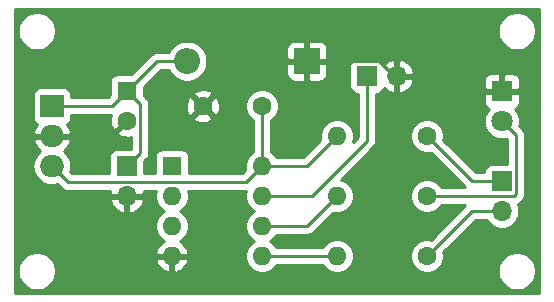
<source format=gbl>
G04 #@! TF.GenerationSoftware,KiCad,Pcbnew,(5.1.9)-1*
G04 #@! TF.CreationDate,2021-04-22T01:37:42+01:00*
G04 #@! TF.ProjectId,remote,72656d6f-7465-42e6-9b69-6361645f7063,rev?*
G04 #@! TF.SameCoordinates,Original*
G04 #@! TF.FileFunction,Copper,L2,Bot*
G04 #@! TF.FilePolarity,Positive*
%FSLAX46Y46*%
G04 Gerber Fmt 4.6, Leading zero omitted, Abs format (unit mm)*
G04 Created by KiCad (PCBNEW (5.1.9)-1) date 2021-04-22 01:37:42*
%MOMM*%
%LPD*%
G01*
G04 APERTURE LIST*
G04 #@! TA.AperFunction,ComponentPad*
%ADD10O,1.600000X1.600000*%
G04 #@! TD*
G04 #@! TA.AperFunction,ComponentPad*
%ADD11C,1.600000*%
G04 #@! TD*
G04 #@! TA.AperFunction,ComponentPad*
%ADD12O,1.700000X1.700000*%
G04 #@! TD*
G04 #@! TA.AperFunction,ComponentPad*
%ADD13R,1.700000X1.700000*%
G04 #@! TD*
G04 #@! TA.AperFunction,ComponentPad*
%ADD14R,1.600000X1.600000*%
G04 #@! TD*
G04 #@! TA.AperFunction,ComponentPad*
%ADD15O,2.000000X1.905000*%
G04 #@! TD*
G04 #@! TA.AperFunction,ComponentPad*
%ADD16R,2.000000X1.905000*%
G04 #@! TD*
G04 #@! TA.AperFunction,ComponentPad*
%ADD17O,2.200000X2.200000*%
G04 #@! TD*
G04 #@! TA.AperFunction,ComponentPad*
%ADD18R,2.200000X2.200000*%
G04 #@! TD*
G04 #@! TA.AperFunction,ComponentPad*
%ADD19C,1.800000*%
G04 #@! TD*
G04 #@! TA.AperFunction,ComponentPad*
%ADD20R,1.800000X1.800000*%
G04 #@! TD*
G04 #@! TA.AperFunction,Conductor*
%ADD21C,0.250000*%
G04 #@! TD*
G04 #@! TA.AperFunction,Conductor*
%ADD22C,0.254000*%
G04 #@! TD*
G04 #@! TA.AperFunction,Conductor*
%ADD23C,0.100000*%
G04 #@! TD*
G04 APERTURE END LIST*
D10*
X48260000Y-31750000D03*
D11*
X55880000Y-31750000D03*
D12*
X30480000Y-36830000D03*
D13*
X30480000Y-34290000D03*
D11*
X30480000Y-30440000D03*
D14*
X30480000Y-27940000D03*
D15*
X24130000Y-34290000D03*
X24130000Y-31750000D03*
D16*
X24130000Y-29210000D03*
D17*
X35560000Y-25400000D03*
D18*
X45720000Y-25400000D03*
D11*
X36910000Y-29210000D03*
X41910000Y-29210000D03*
D12*
X62230000Y-38100000D03*
D13*
X62230000Y-35560000D03*
D10*
X41910000Y-34290000D03*
X34290000Y-41910000D03*
X41910000Y-36830000D03*
X34290000Y-39370000D03*
X41910000Y-39370000D03*
X34290000Y-36830000D03*
X41910000Y-41910000D03*
D14*
X34290000Y-34290000D03*
D12*
X53340000Y-26670000D03*
D13*
X50800000Y-26670000D03*
D10*
X48260000Y-41910000D03*
D11*
X55880000Y-41910000D03*
D10*
X48260000Y-36830000D03*
D11*
X55880000Y-36830000D03*
D19*
X62230000Y-30480000D03*
D20*
X62230000Y-27940000D03*
D21*
X63405001Y-31655001D02*
X62230000Y-30480000D01*
X63405001Y-36670001D02*
X63405001Y-31655001D01*
X63245002Y-36830000D02*
X63405001Y-36670001D01*
X55880000Y-36830000D02*
X63245002Y-36830000D01*
X59690000Y-38100000D02*
X55880000Y-41910000D01*
X62230000Y-38100000D02*
X59690000Y-38100000D01*
X59690000Y-35560000D02*
X55880000Y-31750000D01*
X62230000Y-35560000D02*
X59690000Y-35560000D01*
X45720000Y-39370000D02*
X41910000Y-39370000D01*
X48260000Y-36830000D02*
X45720000Y-39370000D01*
X48260000Y-41910000D02*
X41910000Y-41910000D01*
X50800000Y-32145002D02*
X50800000Y-26670000D01*
X46115002Y-36830000D02*
X50800000Y-32145002D01*
X41910000Y-36830000D02*
X46115002Y-36830000D01*
X45720000Y-25480000D02*
X45720000Y-25400000D01*
X53085002Y-26670000D02*
X53340000Y-26670000D01*
X51815002Y-25400000D02*
X53085002Y-26670000D01*
X45720000Y-25400000D02*
X51815002Y-25400000D01*
X34210000Y-41830000D02*
X34290000Y-41910000D01*
X29210000Y-29210000D02*
X30480000Y-27940000D01*
X24130000Y-29210000D02*
X29210000Y-29210000D01*
X31605001Y-29065001D02*
X30480000Y-27940000D01*
X31605001Y-33164999D02*
X31605001Y-29065001D01*
X30480000Y-34290000D02*
X31605001Y-33164999D01*
X33020000Y-25400000D02*
X30480000Y-27940000D01*
X35560000Y-25400000D02*
X33020000Y-25400000D01*
X41910000Y-29210000D02*
X41910000Y-34290000D01*
X45720000Y-34290000D02*
X48260000Y-31750000D01*
X41910000Y-34290000D02*
X45720000Y-34290000D01*
X40545001Y-35654999D02*
X41910000Y-34290000D01*
X25494999Y-35654999D02*
X40545001Y-35654999D01*
X24130000Y-34290000D02*
X25494999Y-35654999D01*
D22*
X65380000Y-45060000D02*
X20980000Y-45060000D01*
X20980000Y-43018967D01*
X21225000Y-43018967D01*
X21225000Y-43341033D01*
X21287832Y-43656912D01*
X21411082Y-43954463D01*
X21590013Y-44222252D01*
X21817748Y-44449987D01*
X22085537Y-44628918D01*
X22383088Y-44752168D01*
X22698967Y-44815000D01*
X23021033Y-44815000D01*
X23336912Y-44752168D01*
X23634463Y-44628918D01*
X23902252Y-44449987D01*
X24129987Y-44222252D01*
X24308918Y-43954463D01*
X24432168Y-43656912D01*
X24495000Y-43341033D01*
X24495000Y-43018967D01*
X24432168Y-42703088D01*
X24308918Y-42405537D01*
X24211032Y-42259039D01*
X32898096Y-42259039D01*
X32938754Y-42393087D01*
X33058963Y-42647420D01*
X33226481Y-42873414D01*
X33434869Y-43062385D01*
X33676119Y-43207070D01*
X33940960Y-43301909D01*
X34163000Y-43180624D01*
X34163000Y-42037000D01*
X34417000Y-42037000D01*
X34417000Y-43180624D01*
X34639040Y-43301909D01*
X34903881Y-43207070D01*
X35145131Y-43062385D01*
X35353519Y-42873414D01*
X35521037Y-42647420D01*
X35641246Y-42393087D01*
X35681904Y-42259039D01*
X35559915Y-42037000D01*
X34417000Y-42037000D01*
X34163000Y-42037000D01*
X33020085Y-42037000D01*
X32898096Y-42259039D01*
X24211032Y-42259039D01*
X24129987Y-42137748D01*
X23902252Y-41910013D01*
X23634463Y-41731082D01*
X23336912Y-41607832D01*
X23021033Y-41545000D01*
X22698967Y-41545000D01*
X22383088Y-41607832D01*
X22085537Y-41731082D01*
X21817748Y-41910013D01*
X21590013Y-42137748D01*
X21411082Y-42405537D01*
X21287832Y-42703088D01*
X21225000Y-43018967D01*
X20980000Y-43018967D01*
X20980000Y-37186891D01*
X29038519Y-37186891D01*
X29135843Y-37461252D01*
X29284822Y-37711355D01*
X29479731Y-37927588D01*
X29713080Y-38101641D01*
X29975901Y-38226825D01*
X30123110Y-38271476D01*
X30353000Y-38150155D01*
X30353000Y-36957000D01*
X30607000Y-36957000D01*
X30607000Y-38150155D01*
X30836890Y-38271476D01*
X30984099Y-38226825D01*
X31246920Y-38101641D01*
X31480269Y-37927588D01*
X31675178Y-37711355D01*
X31824157Y-37461252D01*
X31921481Y-37186891D01*
X31800814Y-36957000D01*
X30607000Y-36957000D01*
X30353000Y-36957000D01*
X29159186Y-36957000D01*
X29038519Y-37186891D01*
X20980000Y-37186891D01*
X20980000Y-34290000D01*
X22487319Y-34290000D01*
X22517970Y-34601204D01*
X22608745Y-34900449D01*
X22756155Y-35176235D01*
X22954537Y-35417963D01*
X23196265Y-35616345D01*
X23472051Y-35763755D01*
X23771296Y-35854530D01*
X24004514Y-35877500D01*
X24255486Y-35877500D01*
X24488704Y-35854530D01*
X24589233Y-35824035D01*
X24931200Y-36166002D01*
X24954998Y-36195000D01*
X24983996Y-36218798D01*
X25070722Y-36289973D01*
X25202752Y-36360545D01*
X25346013Y-36404002D01*
X25457666Y-36414999D01*
X25457675Y-36414999D01*
X25494998Y-36418675D01*
X25532321Y-36414999D01*
X29059132Y-36414999D01*
X29038519Y-36473109D01*
X29159186Y-36703000D01*
X30353000Y-36703000D01*
X30353000Y-36683000D01*
X30607000Y-36683000D01*
X30607000Y-36703000D01*
X31800814Y-36703000D01*
X31921481Y-36473109D01*
X31900868Y-36414999D01*
X32909436Y-36414999D01*
X32855000Y-36688665D01*
X32855000Y-36971335D01*
X32910147Y-37248574D01*
X33018320Y-37509727D01*
X33175363Y-37744759D01*
X33375241Y-37944637D01*
X33607759Y-38100000D01*
X33375241Y-38255363D01*
X33175363Y-38455241D01*
X33018320Y-38690273D01*
X32910147Y-38951426D01*
X32855000Y-39228665D01*
X32855000Y-39511335D01*
X32910147Y-39788574D01*
X33018320Y-40049727D01*
X33175363Y-40284759D01*
X33375241Y-40484637D01*
X33610273Y-40641680D01*
X33620865Y-40646067D01*
X33434869Y-40757615D01*
X33226481Y-40946586D01*
X33058963Y-41172580D01*
X32938754Y-41426913D01*
X32898096Y-41560961D01*
X33020085Y-41783000D01*
X34163000Y-41783000D01*
X34163000Y-41763000D01*
X34417000Y-41763000D01*
X34417000Y-41783000D01*
X35559915Y-41783000D01*
X35681904Y-41560961D01*
X35641246Y-41426913D01*
X35521037Y-41172580D01*
X35353519Y-40946586D01*
X35145131Y-40757615D01*
X34959135Y-40646067D01*
X34969727Y-40641680D01*
X35204759Y-40484637D01*
X35404637Y-40284759D01*
X35561680Y-40049727D01*
X35669853Y-39788574D01*
X35725000Y-39511335D01*
X35725000Y-39228665D01*
X35669853Y-38951426D01*
X35561680Y-38690273D01*
X35404637Y-38455241D01*
X35204759Y-38255363D01*
X34972241Y-38100000D01*
X35204759Y-37944637D01*
X35404637Y-37744759D01*
X35561680Y-37509727D01*
X35669853Y-37248574D01*
X35725000Y-36971335D01*
X35725000Y-36688665D01*
X35670564Y-36414999D01*
X40507679Y-36414999D01*
X40529018Y-36417101D01*
X40475000Y-36688665D01*
X40475000Y-36971335D01*
X40530147Y-37248574D01*
X40638320Y-37509727D01*
X40795363Y-37744759D01*
X40995241Y-37944637D01*
X41227759Y-38100000D01*
X40995241Y-38255363D01*
X40795363Y-38455241D01*
X40638320Y-38690273D01*
X40530147Y-38951426D01*
X40475000Y-39228665D01*
X40475000Y-39511335D01*
X40530147Y-39788574D01*
X40638320Y-40049727D01*
X40795363Y-40284759D01*
X40995241Y-40484637D01*
X41227759Y-40640000D01*
X40995241Y-40795363D01*
X40795363Y-40995241D01*
X40638320Y-41230273D01*
X40530147Y-41491426D01*
X40475000Y-41768665D01*
X40475000Y-42051335D01*
X40530147Y-42328574D01*
X40638320Y-42589727D01*
X40795363Y-42824759D01*
X40995241Y-43024637D01*
X41230273Y-43181680D01*
X41491426Y-43289853D01*
X41768665Y-43345000D01*
X42051335Y-43345000D01*
X42328574Y-43289853D01*
X42589727Y-43181680D01*
X42824759Y-43024637D01*
X43024637Y-42824759D01*
X43128043Y-42670000D01*
X47041957Y-42670000D01*
X47145363Y-42824759D01*
X47345241Y-43024637D01*
X47580273Y-43181680D01*
X47841426Y-43289853D01*
X48118665Y-43345000D01*
X48401335Y-43345000D01*
X48678574Y-43289853D01*
X48939727Y-43181680D01*
X49174759Y-43024637D01*
X49374637Y-42824759D01*
X49531680Y-42589727D01*
X49639853Y-42328574D01*
X49695000Y-42051335D01*
X49695000Y-41768665D01*
X49639853Y-41491426D01*
X49531680Y-41230273D01*
X49374637Y-40995241D01*
X49174759Y-40795363D01*
X48939727Y-40638320D01*
X48678574Y-40530147D01*
X48401335Y-40475000D01*
X48118665Y-40475000D01*
X47841426Y-40530147D01*
X47580273Y-40638320D01*
X47345241Y-40795363D01*
X47145363Y-40995241D01*
X47041957Y-41150000D01*
X43128043Y-41150000D01*
X43024637Y-40995241D01*
X42824759Y-40795363D01*
X42592241Y-40640000D01*
X42824759Y-40484637D01*
X43024637Y-40284759D01*
X43128043Y-40130000D01*
X45682678Y-40130000D01*
X45720000Y-40133676D01*
X45757322Y-40130000D01*
X45757333Y-40130000D01*
X45868986Y-40119003D01*
X46012247Y-40075546D01*
X46144276Y-40004974D01*
X46260001Y-39910001D01*
X46283804Y-39880997D01*
X47936114Y-38228688D01*
X48118665Y-38265000D01*
X48401335Y-38265000D01*
X48678574Y-38209853D01*
X48939727Y-38101680D01*
X49174759Y-37944637D01*
X49374637Y-37744759D01*
X49531680Y-37509727D01*
X49639853Y-37248574D01*
X49695000Y-36971335D01*
X49695000Y-36688665D01*
X49639853Y-36411426D01*
X49531680Y-36150273D01*
X49374637Y-35915241D01*
X49174759Y-35715363D01*
X48939727Y-35558320D01*
X48678574Y-35450147D01*
X48587727Y-35432076D01*
X51311004Y-32708800D01*
X51340001Y-32685003D01*
X51434974Y-32569278D01*
X51505546Y-32437249D01*
X51549003Y-32293988D01*
X51560000Y-32182335D01*
X51560000Y-32182327D01*
X51563676Y-32145002D01*
X51560000Y-32107677D01*
X51560000Y-31608665D01*
X54445000Y-31608665D01*
X54445000Y-31891335D01*
X54500147Y-32168574D01*
X54608320Y-32429727D01*
X54765363Y-32664759D01*
X54965241Y-32864637D01*
X55200273Y-33021680D01*
X55461426Y-33129853D01*
X55738665Y-33185000D01*
X56021335Y-33185000D01*
X56203887Y-33148688D01*
X59125198Y-36070000D01*
X57098043Y-36070000D01*
X56994637Y-35915241D01*
X56794759Y-35715363D01*
X56559727Y-35558320D01*
X56298574Y-35450147D01*
X56021335Y-35395000D01*
X55738665Y-35395000D01*
X55461426Y-35450147D01*
X55200273Y-35558320D01*
X54965241Y-35715363D01*
X54765363Y-35915241D01*
X54608320Y-36150273D01*
X54500147Y-36411426D01*
X54445000Y-36688665D01*
X54445000Y-36971335D01*
X54500147Y-37248574D01*
X54608320Y-37509727D01*
X54765363Y-37744759D01*
X54965241Y-37944637D01*
X55200273Y-38101680D01*
X55461426Y-38209853D01*
X55738665Y-38265000D01*
X56021335Y-38265000D01*
X56298574Y-38209853D01*
X56559727Y-38101680D01*
X56794759Y-37944637D01*
X56994637Y-37744759D01*
X57098043Y-37590000D01*
X59125198Y-37590000D01*
X56203887Y-40511312D01*
X56021335Y-40475000D01*
X55738665Y-40475000D01*
X55461426Y-40530147D01*
X55200273Y-40638320D01*
X54965241Y-40795363D01*
X54765363Y-40995241D01*
X54608320Y-41230273D01*
X54500147Y-41491426D01*
X54445000Y-41768665D01*
X54445000Y-42051335D01*
X54500147Y-42328574D01*
X54608320Y-42589727D01*
X54765363Y-42824759D01*
X54965241Y-43024637D01*
X55200273Y-43181680D01*
X55461426Y-43289853D01*
X55738665Y-43345000D01*
X56021335Y-43345000D01*
X56298574Y-43289853D01*
X56559727Y-43181680D01*
X56794759Y-43024637D01*
X56800429Y-43018967D01*
X61865000Y-43018967D01*
X61865000Y-43341033D01*
X61927832Y-43656912D01*
X62051082Y-43954463D01*
X62230013Y-44222252D01*
X62457748Y-44449987D01*
X62725537Y-44628918D01*
X63023088Y-44752168D01*
X63338967Y-44815000D01*
X63661033Y-44815000D01*
X63976912Y-44752168D01*
X64274463Y-44628918D01*
X64542252Y-44449987D01*
X64769987Y-44222252D01*
X64948918Y-43954463D01*
X65072168Y-43656912D01*
X65135000Y-43341033D01*
X65135000Y-43018967D01*
X65072168Y-42703088D01*
X64948918Y-42405537D01*
X64769987Y-42137748D01*
X64542252Y-41910013D01*
X64274463Y-41731082D01*
X63976912Y-41607832D01*
X63661033Y-41545000D01*
X63338967Y-41545000D01*
X63023088Y-41607832D01*
X62725537Y-41731082D01*
X62457748Y-41910013D01*
X62230013Y-42137748D01*
X62051082Y-42405537D01*
X61927832Y-42703088D01*
X61865000Y-43018967D01*
X56800429Y-43018967D01*
X56994637Y-42824759D01*
X57151680Y-42589727D01*
X57259853Y-42328574D01*
X57315000Y-42051335D01*
X57315000Y-41768665D01*
X57278688Y-41586113D01*
X60004802Y-38860000D01*
X60951822Y-38860000D01*
X61076525Y-39046632D01*
X61283368Y-39253475D01*
X61526589Y-39415990D01*
X61796842Y-39527932D01*
X62083740Y-39585000D01*
X62376260Y-39585000D01*
X62663158Y-39527932D01*
X62933411Y-39415990D01*
X63176632Y-39253475D01*
X63383475Y-39046632D01*
X63545990Y-38803411D01*
X63657932Y-38533158D01*
X63715000Y-38246260D01*
X63715000Y-37953740D01*
X63657932Y-37666842D01*
X63591530Y-37506532D01*
X63669278Y-37464974D01*
X63785003Y-37370001D01*
X63808806Y-37340997D01*
X63915999Y-37233804D01*
X63945002Y-37210002D01*
X64039975Y-37094277D01*
X64110547Y-36962248D01*
X64154004Y-36818987D01*
X64165001Y-36707334D01*
X64165001Y-36707326D01*
X64168677Y-36670001D01*
X64165001Y-36632676D01*
X64165001Y-31692323D01*
X64168677Y-31655000D01*
X64165001Y-31617677D01*
X64165001Y-31617668D01*
X64154004Y-31506015D01*
X64110547Y-31362754D01*
X64039975Y-31230725D01*
X63945002Y-31115000D01*
X63916004Y-31091202D01*
X63713731Y-30888930D01*
X63765000Y-30631184D01*
X63765000Y-30328816D01*
X63706011Y-30032257D01*
X63590299Y-29752905D01*
X63422312Y-29501495D01*
X63355873Y-29435056D01*
X63374180Y-29429502D01*
X63484494Y-29370537D01*
X63581185Y-29291185D01*
X63660537Y-29194494D01*
X63719502Y-29084180D01*
X63755812Y-28964482D01*
X63768072Y-28840000D01*
X63765000Y-28225750D01*
X63606250Y-28067000D01*
X62357000Y-28067000D01*
X62357000Y-28087000D01*
X62103000Y-28087000D01*
X62103000Y-28067000D01*
X60853750Y-28067000D01*
X60695000Y-28225750D01*
X60691928Y-28840000D01*
X60704188Y-28964482D01*
X60740498Y-29084180D01*
X60799463Y-29194494D01*
X60878815Y-29291185D01*
X60975506Y-29370537D01*
X61085820Y-29429502D01*
X61104127Y-29435056D01*
X61037688Y-29501495D01*
X60869701Y-29752905D01*
X60753989Y-30032257D01*
X60695000Y-30328816D01*
X60695000Y-30631184D01*
X60753989Y-30927743D01*
X60869701Y-31207095D01*
X61037688Y-31458505D01*
X61251495Y-31672312D01*
X61502905Y-31840299D01*
X61782257Y-31956011D01*
X62078816Y-32015000D01*
X62381184Y-32015000D01*
X62638930Y-31963731D01*
X62645002Y-31969804D01*
X62645002Y-34071928D01*
X61380000Y-34071928D01*
X61255518Y-34084188D01*
X61135820Y-34120498D01*
X61025506Y-34179463D01*
X60928815Y-34258815D01*
X60849463Y-34355506D01*
X60790498Y-34465820D01*
X60754188Y-34585518D01*
X60741928Y-34710000D01*
X60741928Y-34800000D01*
X60004802Y-34800000D01*
X57278688Y-32073887D01*
X57315000Y-31891335D01*
X57315000Y-31608665D01*
X57259853Y-31331426D01*
X57151680Y-31070273D01*
X56994637Y-30835241D01*
X56794759Y-30635363D01*
X56559727Y-30478320D01*
X56298574Y-30370147D01*
X56021335Y-30315000D01*
X55738665Y-30315000D01*
X55461426Y-30370147D01*
X55200273Y-30478320D01*
X54965241Y-30635363D01*
X54765363Y-30835241D01*
X54608320Y-31070273D01*
X54500147Y-31331426D01*
X54445000Y-31608665D01*
X51560000Y-31608665D01*
X51560000Y-28158072D01*
X51650000Y-28158072D01*
X51774482Y-28145812D01*
X51894180Y-28109502D01*
X52004494Y-28050537D01*
X52101185Y-27971185D01*
X52180537Y-27874494D01*
X52239502Y-27764180D01*
X52262498Y-27688374D01*
X52458645Y-27865178D01*
X52708748Y-28014157D01*
X52983109Y-28111481D01*
X53213000Y-27990814D01*
X53213000Y-26797000D01*
X53467000Y-26797000D01*
X53467000Y-27990814D01*
X53696891Y-28111481D01*
X53971252Y-28014157D01*
X54221355Y-27865178D01*
X54437588Y-27670269D01*
X54611641Y-27436920D01*
X54736825Y-27174099D01*
X54777499Y-27040000D01*
X60691928Y-27040000D01*
X60695000Y-27654250D01*
X60853750Y-27813000D01*
X62103000Y-27813000D01*
X62103000Y-26563750D01*
X62357000Y-26563750D01*
X62357000Y-27813000D01*
X63606250Y-27813000D01*
X63765000Y-27654250D01*
X63768072Y-27040000D01*
X63755812Y-26915518D01*
X63719502Y-26795820D01*
X63660537Y-26685506D01*
X63581185Y-26588815D01*
X63484494Y-26509463D01*
X63374180Y-26450498D01*
X63254482Y-26414188D01*
X63130000Y-26401928D01*
X62515750Y-26405000D01*
X62357000Y-26563750D01*
X62103000Y-26563750D01*
X61944250Y-26405000D01*
X61330000Y-26401928D01*
X61205518Y-26414188D01*
X61085820Y-26450498D01*
X60975506Y-26509463D01*
X60878815Y-26588815D01*
X60799463Y-26685506D01*
X60740498Y-26795820D01*
X60704188Y-26915518D01*
X60691928Y-27040000D01*
X54777499Y-27040000D01*
X54781476Y-27026890D01*
X54660155Y-26797000D01*
X53467000Y-26797000D01*
X53213000Y-26797000D01*
X53193000Y-26797000D01*
X53193000Y-26543000D01*
X53213000Y-26543000D01*
X53213000Y-25349186D01*
X53467000Y-25349186D01*
X53467000Y-26543000D01*
X54660155Y-26543000D01*
X54781476Y-26313110D01*
X54736825Y-26165901D01*
X54611641Y-25903080D01*
X54437588Y-25669731D01*
X54221355Y-25474822D01*
X53971252Y-25325843D01*
X53696891Y-25228519D01*
X53467000Y-25349186D01*
X53213000Y-25349186D01*
X52983109Y-25228519D01*
X52708748Y-25325843D01*
X52458645Y-25474822D01*
X52262498Y-25651626D01*
X52239502Y-25575820D01*
X52180537Y-25465506D01*
X52101185Y-25368815D01*
X52004494Y-25289463D01*
X51894180Y-25230498D01*
X51774482Y-25194188D01*
X51650000Y-25181928D01*
X49950000Y-25181928D01*
X49825518Y-25194188D01*
X49705820Y-25230498D01*
X49595506Y-25289463D01*
X49498815Y-25368815D01*
X49419463Y-25465506D01*
X49360498Y-25575820D01*
X49324188Y-25695518D01*
X49311928Y-25820000D01*
X49311928Y-27520000D01*
X49324188Y-27644482D01*
X49360498Y-27764180D01*
X49419463Y-27874494D01*
X49498815Y-27971185D01*
X49595506Y-28050537D01*
X49705820Y-28109502D01*
X49825518Y-28145812D01*
X49950000Y-28158072D01*
X50040001Y-28158072D01*
X50040000Y-31830200D01*
X49596173Y-32274027D01*
X49639853Y-32168574D01*
X49695000Y-31891335D01*
X49695000Y-31608665D01*
X49639853Y-31331426D01*
X49531680Y-31070273D01*
X49374637Y-30835241D01*
X49174759Y-30635363D01*
X48939727Y-30478320D01*
X48678574Y-30370147D01*
X48401335Y-30315000D01*
X48118665Y-30315000D01*
X47841426Y-30370147D01*
X47580273Y-30478320D01*
X47345241Y-30635363D01*
X47145363Y-30835241D01*
X46988320Y-31070273D01*
X46880147Y-31331426D01*
X46825000Y-31608665D01*
X46825000Y-31891335D01*
X46861312Y-32073886D01*
X45405199Y-33530000D01*
X43128043Y-33530000D01*
X43024637Y-33375241D01*
X42824759Y-33175363D01*
X42670000Y-33071957D01*
X42670000Y-30428043D01*
X42824759Y-30324637D01*
X43024637Y-30124759D01*
X43181680Y-29889727D01*
X43289853Y-29628574D01*
X43345000Y-29351335D01*
X43345000Y-29068665D01*
X43289853Y-28791426D01*
X43181680Y-28530273D01*
X43024637Y-28295241D01*
X42824759Y-28095363D01*
X42589727Y-27938320D01*
X42328574Y-27830147D01*
X42051335Y-27775000D01*
X41768665Y-27775000D01*
X41491426Y-27830147D01*
X41230273Y-27938320D01*
X40995241Y-28095363D01*
X40795363Y-28295241D01*
X40638320Y-28530273D01*
X40530147Y-28791426D01*
X40475000Y-29068665D01*
X40475000Y-29351335D01*
X40530147Y-29628574D01*
X40638320Y-29889727D01*
X40795363Y-30124759D01*
X40995241Y-30324637D01*
X41150000Y-30428044D01*
X41150001Y-33071956D01*
X40995241Y-33175363D01*
X40795363Y-33375241D01*
X40638320Y-33610273D01*
X40530147Y-33871426D01*
X40475000Y-34148665D01*
X40475000Y-34431335D01*
X40511312Y-34613886D01*
X40230200Y-34894999D01*
X35728072Y-34894999D01*
X35728072Y-33490000D01*
X35715812Y-33365518D01*
X35679502Y-33245820D01*
X35620537Y-33135506D01*
X35541185Y-33038815D01*
X35444494Y-32959463D01*
X35334180Y-32900498D01*
X35214482Y-32864188D01*
X35090000Y-32851928D01*
X33490000Y-32851928D01*
X33365518Y-32864188D01*
X33245820Y-32900498D01*
X33135506Y-32959463D01*
X33038815Y-33038815D01*
X32959463Y-33135506D01*
X32900498Y-33245820D01*
X32864188Y-33365518D01*
X32851928Y-33490000D01*
X32851928Y-34894999D01*
X31968072Y-34894999D01*
X31968072Y-33876730D01*
X32116005Y-33728797D01*
X32145002Y-33705000D01*
X32239975Y-33589275D01*
X32310547Y-33457246D01*
X32354004Y-33313985D01*
X32365001Y-33202332D01*
X32365001Y-33202324D01*
X32368677Y-33164999D01*
X32365001Y-33127674D01*
X32365001Y-30202702D01*
X36096903Y-30202702D01*
X36168486Y-30446671D01*
X36423996Y-30567571D01*
X36698184Y-30636300D01*
X36980512Y-30650217D01*
X37260130Y-30608787D01*
X37526292Y-30513603D01*
X37651514Y-30446671D01*
X37723097Y-30202702D01*
X36910000Y-29389605D01*
X36096903Y-30202702D01*
X32365001Y-30202702D01*
X32365001Y-29280512D01*
X35469783Y-29280512D01*
X35511213Y-29560130D01*
X35606397Y-29826292D01*
X35673329Y-29951514D01*
X35917298Y-30023097D01*
X36730395Y-29210000D01*
X37089605Y-29210000D01*
X37902702Y-30023097D01*
X38146671Y-29951514D01*
X38267571Y-29696004D01*
X38336300Y-29421816D01*
X38350217Y-29139488D01*
X38308787Y-28859870D01*
X38213603Y-28593708D01*
X38146671Y-28468486D01*
X37902702Y-28396903D01*
X37089605Y-29210000D01*
X36730395Y-29210000D01*
X35917298Y-28396903D01*
X35673329Y-28468486D01*
X35552429Y-28723996D01*
X35483700Y-28998184D01*
X35469783Y-29280512D01*
X32365001Y-29280512D01*
X32365001Y-29102326D01*
X32368677Y-29065001D01*
X32365001Y-29027676D01*
X32365001Y-29027668D01*
X32354004Y-28916015D01*
X32310547Y-28772754D01*
X32239975Y-28640725D01*
X32145002Y-28525000D01*
X32116004Y-28501202D01*
X31918072Y-28303270D01*
X31918072Y-28217298D01*
X36096903Y-28217298D01*
X36910000Y-29030395D01*
X37723097Y-28217298D01*
X37651514Y-27973329D01*
X37396004Y-27852429D01*
X37121816Y-27783700D01*
X36839488Y-27769783D01*
X36559870Y-27811213D01*
X36293708Y-27906397D01*
X36168486Y-27973329D01*
X36096903Y-28217298D01*
X31918072Y-28217298D01*
X31918072Y-27576730D01*
X33334803Y-26160000D01*
X33996852Y-26160000D01*
X34022463Y-26221831D01*
X34212337Y-26505998D01*
X34454002Y-26747663D01*
X34738169Y-26937537D01*
X35053919Y-27068325D01*
X35389117Y-27135000D01*
X35730883Y-27135000D01*
X36066081Y-27068325D01*
X36381831Y-26937537D01*
X36665998Y-26747663D01*
X36907663Y-26505998D01*
X36911670Y-26500000D01*
X43981928Y-26500000D01*
X43994188Y-26624482D01*
X44030498Y-26744180D01*
X44089463Y-26854494D01*
X44168815Y-26951185D01*
X44265506Y-27030537D01*
X44375820Y-27089502D01*
X44495518Y-27125812D01*
X44620000Y-27138072D01*
X45434250Y-27135000D01*
X45593000Y-26976250D01*
X45593000Y-25527000D01*
X45847000Y-25527000D01*
X45847000Y-26976250D01*
X46005750Y-27135000D01*
X46820000Y-27138072D01*
X46944482Y-27125812D01*
X47064180Y-27089502D01*
X47174494Y-27030537D01*
X47271185Y-26951185D01*
X47350537Y-26854494D01*
X47409502Y-26744180D01*
X47445812Y-26624482D01*
X47458072Y-26500000D01*
X47455000Y-25685750D01*
X47296250Y-25527000D01*
X45847000Y-25527000D01*
X45593000Y-25527000D01*
X44143750Y-25527000D01*
X43985000Y-25685750D01*
X43981928Y-26500000D01*
X36911670Y-26500000D01*
X37097537Y-26221831D01*
X37228325Y-25906081D01*
X37295000Y-25570883D01*
X37295000Y-25229117D01*
X37228325Y-24893919D01*
X37097537Y-24578169D01*
X36911671Y-24300000D01*
X43981928Y-24300000D01*
X43985000Y-25114250D01*
X44143750Y-25273000D01*
X45593000Y-25273000D01*
X45593000Y-23823750D01*
X45847000Y-23823750D01*
X45847000Y-25273000D01*
X47296250Y-25273000D01*
X47455000Y-25114250D01*
X47458072Y-24300000D01*
X47445812Y-24175518D01*
X47409502Y-24055820D01*
X47350537Y-23945506D01*
X47271185Y-23848815D01*
X47174494Y-23769463D01*
X47064180Y-23710498D01*
X46944482Y-23674188D01*
X46820000Y-23661928D01*
X46005750Y-23665000D01*
X45847000Y-23823750D01*
X45593000Y-23823750D01*
X45434250Y-23665000D01*
X44620000Y-23661928D01*
X44495518Y-23674188D01*
X44375820Y-23710498D01*
X44265506Y-23769463D01*
X44168815Y-23848815D01*
X44089463Y-23945506D01*
X44030498Y-24055820D01*
X43994188Y-24175518D01*
X43981928Y-24300000D01*
X36911671Y-24300000D01*
X36907663Y-24294002D01*
X36665998Y-24052337D01*
X36381831Y-23862463D01*
X36066081Y-23731675D01*
X35730883Y-23665000D01*
X35389117Y-23665000D01*
X35053919Y-23731675D01*
X34738169Y-23862463D01*
X34454002Y-24052337D01*
X34212337Y-24294002D01*
X34022463Y-24578169D01*
X33996852Y-24640000D01*
X33057322Y-24640000D01*
X33019999Y-24636324D01*
X32982676Y-24640000D01*
X32982667Y-24640000D01*
X32871014Y-24650997D01*
X32727753Y-24694454D01*
X32595724Y-24765026D01*
X32595722Y-24765027D01*
X32595723Y-24765027D01*
X32508996Y-24836201D01*
X32508992Y-24836205D01*
X32479999Y-24859999D01*
X32456205Y-24888992D01*
X30843270Y-26501928D01*
X29680000Y-26501928D01*
X29555518Y-26514188D01*
X29435820Y-26550498D01*
X29325506Y-26609463D01*
X29228815Y-26688815D01*
X29149463Y-26785506D01*
X29090498Y-26895820D01*
X29054188Y-27015518D01*
X29041928Y-27140000D01*
X29041928Y-28303271D01*
X28895199Y-28450000D01*
X25768072Y-28450000D01*
X25768072Y-28257500D01*
X25755812Y-28133018D01*
X25719502Y-28013320D01*
X25660537Y-27903006D01*
X25581185Y-27806315D01*
X25484494Y-27726963D01*
X25374180Y-27667998D01*
X25254482Y-27631688D01*
X25130000Y-27619428D01*
X23130000Y-27619428D01*
X23005518Y-27631688D01*
X22885820Y-27667998D01*
X22775506Y-27726963D01*
X22678815Y-27806315D01*
X22599463Y-27903006D01*
X22540498Y-28013320D01*
X22504188Y-28133018D01*
X22491928Y-28257500D01*
X22491928Y-30162500D01*
X22504188Y-30286982D01*
X22540498Y-30406680D01*
X22599463Y-30516994D01*
X22678815Y-30613685D01*
X22775506Y-30693037D01*
X22867219Y-30742059D01*
X22754031Y-30883077D01*
X22610429Y-31158906D01*
X22539437Y-31377020D01*
X22659406Y-31623000D01*
X24003000Y-31623000D01*
X24003000Y-31603000D01*
X24257000Y-31603000D01*
X24257000Y-31623000D01*
X25600594Y-31623000D01*
X25720563Y-31377020D01*
X25649571Y-31158906D01*
X25505969Y-30883077D01*
X25392781Y-30742059D01*
X25484494Y-30693037D01*
X25581185Y-30613685D01*
X25660537Y-30516994D01*
X25719502Y-30406680D01*
X25755812Y-30286982D01*
X25768072Y-30162500D01*
X25768072Y-29970000D01*
X29118417Y-29970000D01*
X29053700Y-30228184D01*
X29039783Y-30510512D01*
X29081213Y-30790130D01*
X29176397Y-31056292D01*
X29243329Y-31181514D01*
X29487298Y-31253097D01*
X30300395Y-30440000D01*
X30286253Y-30425858D01*
X30465858Y-30246253D01*
X30480000Y-30260395D01*
X30494143Y-30246253D01*
X30673748Y-30425858D01*
X30659605Y-30440000D01*
X30673748Y-30454143D01*
X30494143Y-30633748D01*
X30480000Y-30619605D01*
X29666903Y-31432702D01*
X29738486Y-31676671D01*
X29993996Y-31797571D01*
X30268184Y-31866300D01*
X30550512Y-31880217D01*
X30830130Y-31838787D01*
X30845001Y-31833469D01*
X30845001Y-32801928D01*
X29630000Y-32801928D01*
X29505518Y-32814188D01*
X29385820Y-32850498D01*
X29275506Y-32909463D01*
X29178815Y-32988815D01*
X29099463Y-33085506D01*
X29040498Y-33195820D01*
X29004188Y-33315518D01*
X28991928Y-33440000D01*
X28991928Y-34894999D01*
X25809801Y-34894999D01*
X25689424Y-34774622D01*
X25742030Y-34601204D01*
X25772681Y-34290000D01*
X25742030Y-33978796D01*
X25651255Y-33679551D01*
X25503845Y-33403765D01*
X25305463Y-33162037D01*
X25126101Y-33014837D01*
X25311315Y-32859437D01*
X25505969Y-32616923D01*
X25649571Y-32341094D01*
X25720563Y-32122980D01*
X25600594Y-31877000D01*
X24257000Y-31877000D01*
X24257000Y-31897000D01*
X24003000Y-31897000D01*
X24003000Y-31877000D01*
X22659406Y-31877000D01*
X22539437Y-32122980D01*
X22610429Y-32341094D01*
X22754031Y-32616923D01*
X22948685Y-32859437D01*
X23133899Y-33014837D01*
X22954537Y-33162037D01*
X22756155Y-33403765D01*
X22608745Y-33679551D01*
X22517970Y-33978796D01*
X22487319Y-34290000D01*
X20980000Y-34290000D01*
X20980000Y-22698967D01*
X21225000Y-22698967D01*
X21225000Y-23021033D01*
X21287832Y-23336912D01*
X21411082Y-23634463D01*
X21590013Y-23902252D01*
X21817748Y-24129987D01*
X22085537Y-24308918D01*
X22383088Y-24432168D01*
X22698967Y-24495000D01*
X23021033Y-24495000D01*
X23336912Y-24432168D01*
X23634463Y-24308918D01*
X23902252Y-24129987D01*
X24129987Y-23902252D01*
X24308918Y-23634463D01*
X24432168Y-23336912D01*
X24495000Y-23021033D01*
X24495000Y-22698967D01*
X61865000Y-22698967D01*
X61865000Y-23021033D01*
X61927832Y-23336912D01*
X62051082Y-23634463D01*
X62230013Y-23902252D01*
X62457748Y-24129987D01*
X62725537Y-24308918D01*
X63023088Y-24432168D01*
X63338967Y-24495000D01*
X63661033Y-24495000D01*
X63976912Y-24432168D01*
X64274463Y-24308918D01*
X64542252Y-24129987D01*
X64769987Y-23902252D01*
X64948918Y-23634463D01*
X65072168Y-23336912D01*
X65135000Y-23021033D01*
X65135000Y-22698967D01*
X65072168Y-22383088D01*
X64948918Y-22085537D01*
X64769987Y-21817748D01*
X64542252Y-21590013D01*
X64274463Y-21411082D01*
X63976912Y-21287832D01*
X63661033Y-21225000D01*
X63338967Y-21225000D01*
X63023088Y-21287832D01*
X62725537Y-21411082D01*
X62457748Y-21590013D01*
X62230013Y-21817748D01*
X62051082Y-22085537D01*
X61927832Y-22383088D01*
X61865000Y-22698967D01*
X24495000Y-22698967D01*
X24432168Y-22383088D01*
X24308918Y-22085537D01*
X24129987Y-21817748D01*
X23902252Y-21590013D01*
X23634463Y-21411082D01*
X23336912Y-21287832D01*
X23021033Y-21225000D01*
X22698967Y-21225000D01*
X22383088Y-21287832D01*
X22085537Y-21411082D01*
X21817748Y-21590013D01*
X21590013Y-21817748D01*
X21411082Y-22085537D01*
X21287832Y-22383088D01*
X21225000Y-22698967D01*
X20980000Y-22698967D01*
X20980000Y-20980000D01*
X65380001Y-20980000D01*
X65380000Y-45060000D01*
G04 #@! TA.AperFunction,Conductor*
D23*
G36*
X65380000Y-45060000D02*
G01*
X20980000Y-45060000D01*
X20980000Y-43018967D01*
X21225000Y-43018967D01*
X21225000Y-43341033D01*
X21287832Y-43656912D01*
X21411082Y-43954463D01*
X21590013Y-44222252D01*
X21817748Y-44449987D01*
X22085537Y-44628918D01*
X22383088Y-44752168D01*
X22698967Y-44815000D01*
X23021033Y-44815000D01*
X23336912Y-44752168D01*
X23634463Y-44628918D01*
X23902252Y-44449987D01*
X24129987Y-44222252D01*
X24308918Y-43954463D01*
X24432168Y-43656912D01*
X24495000Y-43341033D01*
X24495000Y-43018967D01*
X24432168Y-42703088D01*
X24308918Y-42405537D01*
X24211032Y-42259039D01*
X32898096Y-42259039D01*
X32938754Y-42393087D01*
X33058963Y-42647420D01*
X33226481Y-42873414D01*
X33434869Y-43062385D01*
X33676119Y-43207070D01*
X33940960Y-43301909D01*
X34163000Y-43180624D01*
X34163000Y-42037000D01*
X34417000Y-42037000D01*
X34417000Y-43180624D01*
X34639040Y-43301909D01*
X34903881Y-43207070D01*
X35145131Y-43062385D01*
X35353519Y-42873414D01*
X35521037Y-42647420D01*
X35641246Y-42393087D01*
X35681904Y-42259039D01*
X35559915Y-42037000D01*
X34417000Y-42037000D01*
X34163000Y-42037000D01*
X33020085Y-42037000D01*
X32898096Y-42259039D01*
X24211032Y-42259039D01*
X24129987Y-42137748D01*
X23902252Y-41910013D01*
X23634463Y-41731082D01*
X23336912Y-41607832D01*
X23021033Y-41545000D01*
X22698967Y-41545000D01*
X22383088Y-41607832D01*
X22085537Y-41731082D01*
X21817748Y-41910013D01*
X21590013Y-42137748D01*
X21411082Y-42405537D01*
X21287832Y-42703088D01*
X21225000Y-43018967D01*
X20980000Y-43018967D01*
X20980000Y-37186891D01*
X29038519Y-37186891D01*
X29135843Y-37461252D01*
X29284822Y-37711355D01*
X29479731Y-37927588D01*
X29713080Y-38101641D01*
X29975901Y-38226825D01*
X30123110Y-38271476D01*
X30353000Y-38150155D01*
X30353000Y-36957000D01*
X30607000Y-36957000D01*
X30607000Y-38150155D01*
X30836890Y-38271476D01*
X30984099Y-38226825D01*
X31246920Y-38101641D01*
X31480269Y-37927588D01*
X31675178Y-37711355D01*
X31824157Y-37461252D01*
X31921481Y-37186891D01*
X31800814Y-36957000D01*
X30607000Y-36957000D01*
X30353000Y-36957000D01*
X29159186Y-36957000D01*
X29038519Y-37186891D01*
X20980000Y-37186891D01*
X20980000Y-34290000D01*
X22487319Y-34290000D01*
X22517970Y-34601204D01*
X22608745Y-34900449D01*
X22756155Y-35176235D01*
X22954537Y-35417963D01*
X23196265Y-35616345D01*
X23472051Y-35763755D01*
X23771296Y-35854530D01*
X24004514Y-35877500D01*
X24255486Y-35877500D01*
X24488704Y-35854530D01*
X24589233Y-35824035D01*
X24931200Y-36166002D01*
X24954998Y-36195000D01*
X24983996Y-36218798D01*
X25070722Y-36289973D01*
X25202752Y-36360545D01*
X25346013Y-36404002D01*
X25457666Y-36414999D01*
X25457675Y-36414999D01*
X25494998Y-36418675D01*
X25532321Y-36414999D01*
X29059132Y-36414999D01*
X29038519Y-36473109D01*
X29159186Y-36703000D01*
X30353000Y-36703000D01*
X30353000Y-36683000D01*
X30607000Y-36683000D01*
X30607000Y-36703000D01*
X31800814Y-36703000D01*
X31921481Y-36473109D01*
X31900868Y-36414999D01*
X32909436Y-36414999D01*
X32855000Y-36688665D01*
X32855000Y-36971335D01*
X32910147Y-37248574D01*
X33018320Y-37509727D01*
X33175363Y-37744759D01*
X33375241Y-37944637D01*
X33607759Y-38100000D01*
X33375241Y-38255363D01*
X33175363Y-38455241D01*
X33018320Y-38690273D01*
X32910147Y-38951426D01*
X32855000Y-39228665D01*
X32855000Y-39511335D01*
X32910147Y-39788574D01*
X33018320Y-40049727D01*
X33175363Y-40284759D01*
X33375241Y-40484637D01*
X33610273Y-40641680D01*
X33620865Y-40646067D01*
X33434869Y-40757615D01*
X33226481Y-40946586D01*
X33058963Y-41172580D01*
X32938754Y-41426913D01*
X32898096Y-41560961D01*
X33020085Y-41783000D01*
X34163000Y-41783000D01*
X34163000Y-41763000D01*
X34417000Y-41763000D01*
X34417000Y-41783000D01*
X35559915Y-41783000D01*
X35681904Y-41560961D01*
X35641246Y-41426913D01*
X35521037Y-41172580D01*
X35353519Y-40946586D01*
X35145131Y-40757615D01*
X34959135Y-40646067D01*
X34969727Y-40641680D01*
X35204759Y-40484637D01*
X35404637Y-40284759D01*
X35561680Y-40049727D01*
X35669853Y-39788574D01*
X35725000Y-39511335D01*
X35725000Y-39228665D01*
X35669853Y-38951426D01*
X35561680Y-38690273D01*
X35404637Y-38455241D01*
X35204759Y-38255363D01*
X34972241Y-38100000D01*
X35204759Y-37944637D01*
X35404637Y-37744759D01*
X35561680Y-37509727D01*
X35669853Y-37248574D01*
X35725000Y-36971335D01*
X35725000Y-36688665D01*
X35670564Y-36414999D01*
X40507679Y-36414999D01*
X40529018Y-36417101D01*
X40475000Y-36688665D01*
X40475000Y-36971335D01*
X40530147Y-37248574D01*
X40638320Y-37509727D01*
X40795363Y-37744759D01*
X40995241Y-37944637D01*
X41227759Y-38100000D01*
X40995241Y-38255363D01*
X40795363Y-38455241D01*
X40638320Y-38690273D01*
X40530147Y-38951426D01*
X40475000Y-39228665D01*
X40475000Y-39511335D01*
X40530147Y-39788574D01*
X40638320Y-40049727D01*
X40795363Y-40284759D01*
X40995241Y-40484637D01*
X41227759Y-40640000D01*
X40995241Y-40795363D01*
X40795363Y-40995241D01*
X40638320Y-41230273D01*
X40530147Y-41491426D01*
X40475000Y-41768665D01*
X40475000Y-42051335D01*
X40530147Y-42328574D01*
X40638320Y-42589727D01*
X40795363Y-42824759D01*
X40995241Y-43024637D01*
X41230273Y-43181680D01*
X41491426Y-43289853D01*
X41768665Y-43345000D01*
X42051335Y-43345000D01*
X42328574Y-43289853D01*
X42589727Y-43181680D01*
X42824759Y-43024637D01*
X43024637Y-42824759D01*
X43128043Y-42670000D01*
X47041957Y-42670000D01*
X47145363Y-42824759D01*
X47345241Y-43024637D01*
X47580273Y-43181680D01*
X47841426Y-43289853D01*
X48118665Y-43345000D01*
X48401335Y-43345000D01*
X48678574Y-43289853D01*
X48939727Y-43181680D01*
X49174759Y-43024637D01*
X49374637Y-42824759D01*
X49531680Y-42589727D01*
X49639853Y-42328574D01*
X49695000Y-42051335D01*
X49695000Y-41768665D01*
X49639853Y-41491426D01*
X49531680Y-41230273D01*
X49374637Y-40995241D01*
X49174759Y-40795363D01*
X48939727Y-40638320D01*
X48678574Y-40530147D01*
X48401335Y-40475000D01*
X48118665Y-40475000D01*
X47841426Y-40530147D01*
X47580273Y-40638320D01*
X47345241Y-40795363D01*
X47145363Y-40995241D01*
X47041957Y-41150000D01*
X43128043Y-41150000D01*
X43024637Y-40995241D01*
X42824759Y-40795363D01*
X42592241Y-40640000D01*
X42824759Y-40484637D01*
X43024637Y-40284759D01*
X43128043Y-40130000D01*
X45682678Y-40130000D01*
X45720000Y-40133676D01*
X45757322Y-40130000D01*
X45757333Y-40130000D01*
X45868986Y-40119003D01*
X46012247Y-40075546D01*
X46144276Y-40004974D01*
X46260001Y-39910001D01*
X46283804Y-39880997D01*
X47936114Y-38228688D01*
X48118665Y-38265000D01*
X48401335Y-38265000D01*
X48678574Y-38209853D01*
X48939727Y-38101680D01*
X49174759Y-37944637D01*
X49374637Y-37744759D01*
X49531680Y-37509727D01*
X49639853Y-37248574D01*
X49695000Y-36971335D01*
X49695000Y-36688665D01*
X49639853Y-36411426D01*
X49531680Y-36150273D01*
X49374637Y-35915241D01*
X49174759Y-35715363D01*
X48939727Y-35558320D01*
X48678574Y-35450147D01*
X48587727Y-35432076D01*
X51311004Y-32708800D01*
X51340001Y-32685003D01*
X51434974Y-32569278D01*
X51505546Y-32437249D01*
X51549003Y-32293988D01*
X51560000Y-32182335D01*
X51560000Y-32182327D01*
X51563676Y-32145002D01*
X51560000Y-32107677D01*
X51560000Y-31608665D01*
X54445000Y-31608665D01*
X54445000Y-31891335D01*
X54500147Y-32168574D01*
X54608320Y-32429727D01*
X54765363Y-32664759D01*
X54965241Y-32864637D01*
X55200273Y-33021680D01*
X55461426Y-33129853D01*
X55738665Y-33185000D01*
X56021335Y-33185000D01*
X56203887Y-33148688D01*
X59125198Y-36070000D01*
X57098043Y-36070000D01*
X56994637Y-35915241D01*
X56794759Y-35715363D01*
X56559727Y-35558320D01*
X56298574Y-35450147D01*
X56021335Y-35395000D01*
X55738665Y-35395000D01*
X55461426Y-35450147D01*
X55200273Y-35558320D01*
X54965241Y-35715363D01*
X54765363Y-35915241D01*
X54608320Y-36150273D01*
X54500147Y-36411426D01*
X54445000Y-36688665D01*
X54445000Y-36971335D01*
X54500147Y-37248574D01*
X54608320Y-37509727D01*
X54765363Y-37744759D01*
X54965241Y-37944637D01*
X55200273Y-38101680D01*
X55461426Y-38209853D01*
X55738665Y-38265000D01*
X56021335Y-38265000D01*
X56298574Y-38209853D01*
X56559727Y-38101680D01*
X56794759Y-37944637D01*
X56994637Y-37744759D01*
X57098043Y-37590000D01*
X59125198Y-37590000D01*
X56203887Y-40511312D01*
X56021335Y-40475000D01*
X55738665Y-40475000D01*
X55461426Y-40530147D01*
X55200273Y-40638320D01*
X54965241Y-40795363D01*
X54765363Y-40995241D01*
X54608320Y-41230273D01*
X54500147Y-41491426D01*
X54445000Y-41768665D01*
X54445000Y-42051335D01*
X54500147Y-42328574D01*
X54608320Y-42589727D01*
X54765363Y-42824759D01*
X54965241Y-43024637D01*
X55200273Y-43181680D01*
X55461426Y-43289853D01*
X55738665Y-43345000D01*
X56021335Y-43345000D01*
X56298574Y-43289853D01*
X56559727Y-43181680D01*
X56794759Y-43024637D01*
X56800429Y-43018967D01*
X61865000Y-43018967D01*
X61865000Y-43341033D01*
X61927832Y-43656912D01*
X62051082Y-43954463D01*
X62230013Y-44222252D01*
X62457748Y-44449987D01*
X62725537Y-44628918D01*
X63023088Y-44752168D01*
X63338967Y-44815000D01*
X63661033Y-44815000D01*
X63976912Y-44752168D01*
X64274463Y-44628918D01*
X64542252Y-44449987D01*
X64769987Y-44222252D01*
X64948918Y-43954463D01*
X65072168Y-43656912D01*
X65135000Y-43341033D01*
X65135000Y-43018967D01*
X65072168Y-42703088D01*
X64948918Y-42405537D01*
X64769987Y-42137748D01*
X64542252Y-41910013D01*
X64274463Y-41731082D01*
X63976912Y-41607832D01*
X63661033Y-41545000D01*
X63338967Y-41545000D01*
X63023088Y-41607832D01*
X62725537Y-41731082D01*
X62457748Y-41910013D01*
X62230013Y-42137748D01*
X62051082Y-42405537D01*
X61927832Y-42703088D01*
X61865000Y-43018967D01*
X56800429Y-43018967D01*
X56994637Y-42824759D01*
X57151680Y-42589727D01*
X57259853Y-42328574D01*
X57315000Y-42051335D01*
X57315000Y-41768665D01*
X57278688Y-41586113D01*
X60004802Y-38860000D01*
X60951822Y-38860000D01*
X61076525Y-39046632D01*
X61283368Y-39253475D01*
X61526589Y-39415990D01*
X61796842Y-39527932D01*
X62083740Y-39585000D01*
X62376260Y-39585000D01*
X62663158Y-39527932D01*
X62933411Y-39415990D01*
X63176632Y-39253475D01*
X63383475Y-39046632D01*
X63545990Y-38803411D01*
X63657932Y-38533158D01*
X63715000Y-38246260D01*
X63715000Y-37953740D01*
X63657932Y-37666842D01*
X63591530Y-37506532D01*
X63669278Y-37464974D01*
X63785003Y-37370001D01*
X63808806Y-37340997D01*
X63915999Y-37233804D01*
X63945002Y-37210002D01*
X64039975Y-37094277D01*
X64110547Y-36962248D01*
X64154004Y-36818987D01*
X64165001Y-36707334D01*
X64165001Y-36707326D01*
X64168677Y-36670001D01*
X64165001Y-36632676D01*
X64165001Y-31692323D01*
X64168677Y-31655000D01*
X64165001Y-31617677D01*
X64165001Y-31617668D01*
X64154004Y-31506015D01*
X64110547Y-31362754D01*
X64039975Y-31230725D01*
X63945002Y-31115000D01*
X63916004Y-31091202D01*
X63713731Y-30888930D01*
X63765000Y-30631184D01*
X63765000Y-30328816D01*
X63706011Y-30032257D01*
X63590299Y-29752905D01*
X63422312Y-29501495D01*
X63355873Y-29435056D01*
X63374180Y-29429502D01*
X63484494Y-29370537D01*
X63581185Y-29291185D01*
X63660537Y-29194494D01*
X63719502Y-29084180D01*
X63755812Y-28964482D01*
X63768072Y-28840000D01*
X63765000Y-28225750D01*
X63606250Y-28067000D01*
X62357000Y-28067000D01*
X62357000Y-28087000D01*
X62103000Y-28087000D01*
X62103000Y-28067000D01*
X60853750Y-28067000D01*
X60695000Y-28225750D01*
X60691928Y-28840000D01*
X60704188Y-28964482D01*
X60740498Y-29084180D01*
X60799463Y-29194494D01*
X60878815Y-29291185D01*
X60975506Y-29370537D01*
X61085820Y-29429502D01*
X61104127Y-29435056D01*
X61037688Y-29501495D01*
X60869701Y-29752905D01*
X60753989Y-30032257D01*
X60695000Y-30328816D01*
X60695000Y-30631184D01*
X60753989Y-30927743D01*
X60869701Y-31207095D01*
X61037688Y-31458505D01*
X61251495Y-31672312D01*
X61502905Y-31840299D01*
X61782257Y-31956011D01*
X62078816Y-32015000D01*
X62381184Y-32015000D01*
X62638930Y-31963731D01*
X62645002Y-31969804D01*
X62645002Y-34071928D01*
X61380000Y-34071928D01*
X61255518Y-34084188D01*
X61135820Y-34120498D01*
X61025506Y-34179463D01*
X60928815Y-34258815D01*
X60849463Y-34355506D01*
X60790498Y-34465820D01*
X60754188Y-34585518D01*
X60741928Y-34710000D01*
X60741928Y-34800000D01*
X60004802Y-34800000D01*
X57278688Y-32073887D01*
X57315000Y-31891335D01*
X57315000Y-31608665D01*
X57259853Y-31331426D01*
X57151680Y-31070273D01*
X56994637Y-30835241D01*
X56794759Y-30635363D01*
X56559727Y-30478320D01*
X56298574Y-30370147D01*
X56021335Y-30315000D01*
X55738665Y-30315000D01*
X55461426Y-30370147D01*
X55200273Y-30478320D01*
X54965241Y-30635363D01*
X54765363Y-30835241D01*
X54608320Y-31070273D01*
X54500147Y-31331426D01*
X54445000Y-31608665D01*
X51560000Y-31608665D01*
X51560000Y-28158072D01*
X51650000Y-28158072D01*
X51774482Y-28145812D01*
X51894180Y-28109502D01*
X52004494Y-28050537D01*
X52101185Y-27971185D01*
X52180537Y-27874494D01*
X52239502Y-27764180D01*
X52262498Y-27688374D01*
X52458645Y-27865178D01*
X52708748Y-28014157D01*
X52983109Y-28111481D01*
X53213000Y-27990814D01*
X53213000Y-26797000D01*
X53467000Y-26797000D01*
X53467000Y-27990814D01*
X53696891Y-28111481D01*
X53971252Y-28014157D01*
X54221355Y-27865178D01*
X54437588Y-27670269D01*
X54611641Y-27436920D01*
X54736825Y-27174099D01*
X54777499Y-27040000D01*
X60691928Y-27040000D01*
X60695000Y-27654250D01*
X60853750Y-27813000D01*
X62103000Y-27813000D01*
X62103000Y-26563750D01*
X62357000Y-26563750D01*
X62357000Y-27813000D01*
X63606250Y-27813000D01*
X63765000Y-27654250D01*
X63768072Y-27040000D01*
X63755812Y-26915518D01*
X63719502Y-26795820D01*
X63660537Y-26685506D01*
X63581185Y-26588815D01*
X63484494Y-26509463D01*
X63374180Y-26450498D01*
X63254482Y-26414188D01*
X63130000Y-26401928D01*
X62515750Y-26405000D01*
X62357000Y-26563750D01*
X62103000Y-26563750D01*
X61944250Y-26405000D01*
X61330000Y-26401928D01*
X61205518Y-26414188D01*
X61085820Y-26450498D01*
X60975506Y-26509463D01*
X60878815Y-26588815D01*
X60799463Y-26685506D01*
X60740498Y-26795820D01*
X60704188Y-26915518D01*
X60691928Y-27040000D01*
X54777499Y-27040000D01*
X54781476Y-27026890D01*
X54660155Y-26797000D01*
X53467000Y-26797000D01*
X53213000Y-26797000D01*
X53193000Y-26797000D01*
X53193000Y-26543000D01*
X53213000Y-26543000D01*
X53213000Y-25349186D01*
X53467000Y-25349186D01*
X53467000Y-26543000D01*
X54660155Y-26543000D01*
X54781476Y-26313110D01*
X54736825Y-26165901D01*
X54611641Y-25903080D01*
X54437588Y-25669731D01*
X54221355Y-25474822D01*
X53971252Y-25325843D01*
X53696891Y-25228519D01*
X53467000Y-25349186D01*
X53213000Y-25349186D01*
X52983109Y-25228519D01*
X52708748Y-25325843D01*
X52458645Y-25474822D01*
X52262498Y-25651626D01*
X52239502Y-25575820D01*
X52180537Y-25465506D01*
X52101185Y-25368815D01*
X52004494Y-25289463D01*
X51894180Y-25230498D01*
X51774482Y-25194188D01*
X51650000Y-25181928D01*
X49950000Y-25181928D01*
X49825518Y-25194188D01*
X49705820Y-25230498D01*
X49595506Y-25289463D01*
X49498815Y-25368815D01*
X49419463Y-25465506D01*
X49360498Y-25575820D01*
X49324188Y-25695518D01*
X49311928Y-25820000D01*
X49311928Y-27520000D01*
X49324188Y-27644482D01*
X49360498Y-27764180D01*
X49419463Y-27874494D01*
X49498815Y-27971185D01*
X49595506Y-28050537D01*
X49705820Y-28109502D01*
X49825518Y-28145812D01*
X49950000Y-28158072D01*
X50040001Y-28158072D01*
X50040000Y-31830200D01*
X49596173Y-32274027D01*
X49639853Y-32168574D01*
X49695000Y-31891335D01*
X49695000Y-31608665D01*
X49639853Y-31331426D01*
X49531680Y-31070273D01*
X49374637Y-30835241D01*
X49174759Y-30635363D01*
X48939727Y-30478320D01*
X48678574Y-30370147D01*
X48401335Y-30315000D01*
X48118665Y-30315000D01*
X47841426Y-30370147D01*
X47580273Y-30478320D01*
X47345241Y-30635363D01*
X47145363Y-30835241D01*
X46988320Y-31070273D01*
X46880147Y-31331426D01*
X46825000Y-31608665D01*
X46825000Y-31891335D01*
X46861312Y-32073886D01*
X45405199Y-33530000D01*
X43128043Y-33530000D01*
X43024637Y-33375241D01*
X42824759Y-33175363D01*
X42670000Y-33071957D01*
X42670000Y-30428043D01*
X42824759Y-30324637D01*
X43024637Y-30124759D01*
X43181680Y-29889727D01*
X43289853Y-29628574D01*
X43345000Y-29351335D01*
X43345000Y-29068665D01*
X43289853Y-28791426D01*
X43181680Y-28530273D01*
X43024637Y-28295241D01*
X42824759Y-28095363D01*
X42589727Y-27938320D01*
X42328574Y-27830147D01*
X42051335Y-27775000D01*
X41768665Y-27775000D01*
X41491426Y-27830147D01*
X41230273Y-27938320D01*
X40995241Y-28095363D01*
X40795363Y-28295241D01*
X40638320Y-28530273D01*
X40530147Y-28791426D01*
X40475000Y-29068665D01*
X40475000Y-29351335D01*
X40530147Y-29628574D01*
X40638320Y-29889727D01*
X40795363Y-30124759D01*
X40995241Y-30324637D01*
X41150000Y-30428044D01*
X41150001Y-33071956D01*
X40995241Y-33175363D01*
X40795363Y-33375241D01*
X40638320Y-33610273D01*
X40530147Y-33871426D01*
X40475000Y-34148665D01*
X40475000Y-34431335D01*
X40511312Y-34613886D01*
X40230200Y-34894999D01*
X35728072Y-34894999D01*
X35728072Y-33490000D01*
X35715812Y-33365518D01*
X35679502Y-33245820D01*
X35620537Y-33135506D01*
X35541185Y-33038815D01*
X35444494Y-32959463D01*
X35334180Y-32900498D01*
X35214482Y-32864188D01*
X35090000Y-32851928D01*
X33490000Y-32851928D01*
X33365518Y-32864188D01*
X33245820Y-32900498D01*
X33135506Y-32959463D01*
X33038815Y-33038815D01*
X32959463Y-33135506D01*
X32900498Y-33245820D01*
X32864188Y-33365518D01*
X32851928Y-33490000D01*
X32851928Y-34894999D01*
X31968072Y-34894999D01*
X31968072Y-33876730D01*
X32116005Y-33728797D01*
X32145002Y-33705000D01*
X32239975Y-33589275D01*
X32310547Y-33457246D01*
X32354004Y-33313985D01*
X32365001Y-33202332D01*
X32365001Y-33202324D01*
X32368677Y-33164999D01*
X32365001Y-33127674D01*
X32365001Y-30202702D01*
X36096903Y-30202702D01*
X36168486Y-30446671D01*
X36423996Y-30567571D01*
X36698184Y-30636300D01*
X36980512Y-30650217D01*
X37260130Y-30608787D01*
X37526292Y-30513603D01*
X37651514Y-30446671D01*
X37723097Y-30202702D01*
X36910000Y-29389605D01*
X36096903Y-30202702D01*
X32365001Y-30202702D01*
X32365001Y-29280512D01*
X35469783Y-29280512D01*
X35511213Y-29560130D01*
X35606397Y-29826292D01*
X35673329Y-29951514D01*
X35917298Y-30023097D01*
X36730395Y-29210000D01*
X37089605Y-29210000D01*
X37902702Y-30023097D01*
X38146671Y-29951514D01*
X38267571Y-29696004D01*
X38336300Y-29421816D01*
X38350217Y-29139488D01*
X38308787Y-28859870D01*
X38213603Y-28593708D01*
X38146671Y-28468486D01*
X37902702Y-28396903D01*
X37089605Y-29210000D01*
X36730395Y-29210000D01*
X35917298Y-28396903D01*
X35673329Y-28468486D01*
X35552429Y-28723996D01*
X35483700Y-28998184D01*
X35469783Y-29280512D01*
X32365001Y-29280512D01*
X32365001Y-29102326D01*
X32368677Y-29065001D01*
X32365001Y-29027676D01*
X32365001Y-29027668D01*
X32354004Y-28916015D01*
X32310547Y-28772754D01*
X32239975Y-28640725D01*
X32145002Y-28525000D01*
X32116004Y-28501202D01*
X31918072Y-28303270D01*
X31918072Y-28217298D01*
X36096903Y-28217298D01*
X36910000Y-29030395D01*
X37723097Y-28217298D01*
X37651514Y-27973329D01*
X37396004Y-27852429D01*
X37121816Y-27783700D01*
X36839488Y-27769783D01*
X36559870Y-27811213D01*
X36293708Y-27906397D01*
X36168486Y-27973329D01*
X36096903Y-28217298D01*
X31918072Y-28217298D01*
X31918072Y-27576730D01*
X33334803Y-26160000D01*
X33996852Y-26160000D01*
X34022463Y-26221831D01*
X34212337Y-26505998D01*
X34454002Y-26747663D01*
X34738169Y-26937537D01*
X35053919Y-27068325D01*
X35389117Y-27135000D01*
X35730883Y-27135000D01*
X36066081Y-27068325D01*
X36381831Y-26937537D01*
X36665998Y-26747663D01*
X36907663Y-26505998D01*
X36911670Y-26500000D01*
X43981928Y-26500000D01*
X43994188Y-26624482D01*
X44030498Y-26744180D01*
X44089463Y-26854494D01*
X44168815Y-26951185D01*
X44265506Y-27030537D01*
X44375820Y-27089502D01*
X44495518Y-27125812D01*
X44620000Y-27138072D01*
X45434250Y-27135000D01*
X45593000Y-26976250D01*
X45593000Y-25527000D01*
X45847000Y-25527000D01*
X45847000Y-26976250D01*
X46005750Y-27135000D01*
X46820000Y-27138072D01*
X46944482Y-27125812D01*
X47064180Y-27089502D01*
X47174494Y-27030537D01*
X47271185Y-26951185D01*
X47350537Y-26854494D01*
X47409502Y-26744180D01*
X47445812Y-26624482D01*
X47458072Y-26500000D01*
X47455000Y-25685750D01*
X47296250Y-25527000D01*
X45847000Y-25527000D01*
X45593000Y-25527000D01*
X44143750Y-25527000D01*
X43985000Y-25685750D01*
X43981928Y-26500000D01*
X36911670Y-26500000D01*
X37097537Y-26221831D01*
X37228325Y-25906081D01*
X37295000Y-25570883D01*
X37295000Y-25229117D01*
X37228325Y-24893919D01*
X37097537Y-24578169D01*
X36911671Y-24300000D01*
X43981928Y-24300000D01*
X43985000Y-25114250D01*
X44143750Y-25273000D01*
X45593000Y-25273000D01*
X45593000Y-23823750D01*
X45847000Y-23823750D01*
X45847000Y-25273000D01*
X47296250Y-25273000D01*
X47455000Y-25114250D01*
X47458072Y-24300000D01*
X47445812Y-24175518D01*
X47409502Y-24055820D01*
X47350537Y-23945506D01*
X47271185Y-23848815D01*
X47174494Y-23769463D01*
X47064180Y-23710498D01*
X46944482Y-23674188D01*
X46820000Y-23661928D01*
X46005750Y-23665000D01*
X45847000Y-23823750D01*
X45593000Y-23823750D01*
X45434250Y-23665000D01*
X44620000Y-23661928D01*
X44495518Y-23674188D01*
X44375820Y-23710498D01*
X44265506Y-23769463D01*
X44168815Y-23848815D01*
X44089463Y-23945506D01*
X44030498Y-24055820D01*
X43994188Y-24175518D01*
X43981928Y-24300000D01*
X36911671Y-24300000D01*
X36907663Y-24294002D01*
X36665998Y-24052337D01*
X36381831Y-23862463D01*
X36066081Y-23731675D01*
X35730883Y-23665000D01*
X35389117Y-23665000D01*
X35053919Y-23731675D01*
X34738169Y-23862463D01*
X34454002Y-24052337D01*
X34212337Y-24294002D01*
X34022463Y-24578169D01*
X33996852Y-24640000D01*
X33057322Y-24640000D01*
X33019999Y-24636324D01*
X32982676Y-24640000D01*
X32982667Y-24640000D01*
X32871014Y-24650997D01*
X32727753Y-24694454D01*
X32595724Y-24765026D01*
X32595722Y-24765027D01*
X32595723Y-24765027D01*
X32508996Y-24836201D01*
X32508992Y-24836205D01*
X32479999Y-24859999D01*
X32456205Y-24888992D01*
X30843270Y-26501928D01*
X29680000Y-26501928D01*
X29555518Y-26514188D01*
X29435820Y-26550498D01*
X29325506Y-26609463D01*
X29228815Y-26688815D01*
X29149463Y-26785506D01*
X29090498Y-26895820D01*
X29054188Y-27015518D01*
X29041928Y-27140000D01*
X29041928Y-28303271D01*
X28895199Y-28450000D01*
X25768072Y-28450000D01*
X25768072Y-28257500D01*
X25755812Y-28133018D01*
X25719502Y-28013320D01*
X25660537Y-27903006D01*
X25581185Y-27806315D01*
X25484494Y-27726963D01*
X25374180Y-27667998D01*
X25254482Y-27631688D01*
X25130000Y-27619428D01*
X23130000Y-27619428D01*
X23005518Y-27631688D01*
X22885820Y-27667998D01*
X22775506Y-27726963D01*
X22678815Y-27806315D01*
X22599463Y-27903006D01*
X22540498Y-28013320D01*
X22504188Y-28133018D01*
X22491928Y-28257500D01*
X22491928Y-30162500D01*
X22504188Y-30286982D01*
X22540498Y-30406680D01*
X22599463Y-30516994D01*
X22678815Y-30613685D01*
X22775506Y-30693037D01*
X22867219Y-30742059D01*
X22754031Y-30883077D01*
X22610429Y-31158906D01*
X22539437Y-31377020D01*
X22659406Y-31623000D01*
X24003000Y-31623000D01*
X24003000Y-31603000D01*
X24257000Y-31603000D01*
X24257000Y-31623000D01*
X25600594Y-31623000D01*
X25720563Y-31377020D01*
X25649571Y-31158906D01*
X25505969Y-30883077D01*
X25392781Y-30742059D01*
X25484494Y-30693037D01*
X25581185Y-30613685D01*
X25660537Y-30516994D01*
X25719502Y-30406680D01*
X25755812Y-30286982D01*
X25768072Y-30162500D01*
X25768072Y-29970000D01*
X29118417Y-29970000D01*
X29053700Y-30228184D01*
X29039783Y-30510512D01*
X29081213Y-30790130D01*
X29176397Y-31056292D01*
X29243329Y-31181514D01*
X29487298Y-31253097D01*
X30300395Y-30440000D01*
X30286253Y-30425858D01*
X30465858Y-30246253D01*
X30480000Y-30260395D01*
X30494143Y-30246253D01*
X30673748Y-30425858D01*
X30659605Y-30440000D01*
X30673748Y-30454143D01*
X30494143Y-30633748D01*
X30480000Y-30619605D01*
X29666903Y-31432702D01*
X29738486Y-31676671D01*
X29993996Y-31797571D01*
X30268184Y-31866300D01*
X30550512Y-31880217D01*
X30830130Y-31838787D01*
X30845001Y-31833469D01*
X30845001Y-32801928D01*
X29630000Y-32801928D01*
X29505518Y-32814188D01*
X29385820Y-32850498D01*
X29275506Y-32909463D01*
X29178815Y-32988815D01*
X29099463Y-33085506D01*
X29040498Y-33195820D01*
X29004188Y-33315518D01*
X28991928Y-33440000D01*
X28991928Y-34894999D01*
X25809801Y-34894999D01*
X25689424Y-34774622D01*
X25742030Y-34601204D01*
X25772681Y-34290000D01*
X25742030Y-33978796D01*
X25651255Y-33679551D01*
X25503845Y-33403765D01*
X25305463Y-33162037D01*
X25126101Y-33014837D01*
X25311315Y-32859437D01*
X25505969Y-32616923D01*
X25649571Y-32341094D01*
X25720563Y-32122980D01*
X25600594Y-31877000D01*
X24257000Y-31877000D01*
X24257000Y-31897000D01*
X24003000Y-31897000D01*
X24003000Y-31877000D01*
X22659406Y-31877000D01*
X22539437Y-32122980D01*
X22610429Y-32341094D01*
X22754031Y-32616923D01*
X22948685Y-32859437D01*
X23133899Y-33014837D01*
X22954537Y-33162037D01*
X22756155Y-33403765D01*
X22608745Y-33679551D01*
X22517970Y-33978796D01*
X22487319Y-34290000D01*
X20980000Y-34290000D01*
X20980000Y-22698967D01*
X21225000Y-22698967D01*
X21225000Y-23021033D01*
X21287832Y-23336912D01*
X21411082Y-23634463D01*
X21590013Y-23902252D01*
X21817748Y-24129987D01*
X22085537Y-24308918D01*
X22383088Y-24432168D01*
X22698967Y-24495000D01*
X23021033Y-24495000D01*
X23336912Y-24432168D01*
X23634463Y-24308918D01*
X23902252Y-24129987D01*
X24129987Y-23902252D01*
X24308918Y-23634463D01*
X24432168Y-23336912D01*
X24495000Y-23021033D01*
X24495000Y-22698967D01*
X61865000Y-22698967D01*
X61865000Y-23021033D01*
X61927832Y-23336912D01*
X62051082Y-23634463D01*
X62230013Y-23902252D01*
X62457748Y-24129987D01*
X62725537Y-24308918D01*
X63023088Y-24432168D01*
X63338967Y-24495000D01*
X63661033Y-24495000D01*
X63976912Y-24432168D01*
X64274463Y-24308918D01*
X64542252Y-24129987D01*
X64769987Y-23902252D01*
X64948918Y-23634463D01*
X65072168Y-23336912D01*
X65135000Y-23021033D01*
X65135000Y-22698967D01*
X65072168Y-22383088D01*
X64948918Y-22085537D01*
X64769987Y-21817748D01*
X64542252Y-21590013D01*
X64274463Y-21411082D01*
X63976912Y-21287832D01*
X63661033Y-21225000D01*
X63338967Y-21225000D01*
X63023088Y-21287832D01*
X62725537Y-21411082D01*
X62457748Y-21590013D01*
X62230013Y-21817748D01*
X62051082Y-22085537D01*
X61927832Y-22383088D01*
X61865000Y-22698967D01*
X24495000Y-22698967D01*
X24432168Y-22383088D01*
X24308918Y-22085537D01*
X24129987Y-21817748D01*
X23902252Y-21590013D01*
X23634463Y-21411082D01*
X23336912Y-21287832D01*
X23021033Y-21225000D01*
X22698967Y-21225000D01*
X22383088Y-21287832D01*
X22085537Y-21411082D01*
X21817748Y-21590013D01*
X21590013Y-21817748D01*
X21411082Y-22085537D01*
X21287832Y-22383088D01*
X21225000Y-22698967D01*
X20980000Y-22698967D01*
X20980000Y-20980000D01*
X65380001Y-20980000D01*
X65380000Y-45060000D01*
G37*
G04 #@! TD.AperFunction*
M02*

</source>
